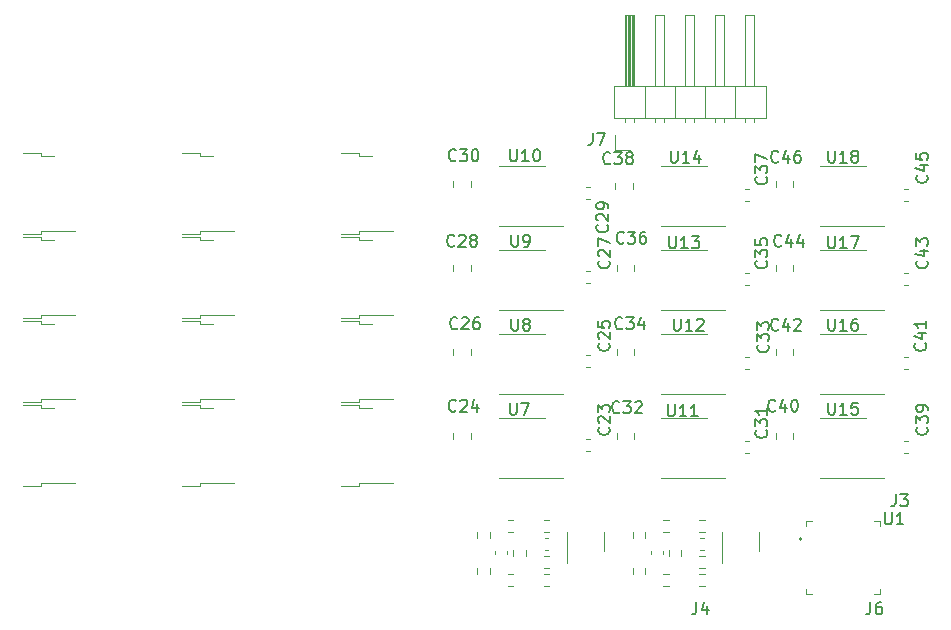
<source format=gbr>
%TF.GenerationSoftware,KiCad,Pcbnew,6.0.9-1.fc36*%
%TF.CreationDate,2022-11-17T16:54:59+00:00*%
%TF.ProjectId,esc,6573632e-6b69-4636-9164-5f7063625858,rev?*%
%TF.SameCoordinates,Original*%
%TF.FileFunction,Legend,Top*%
%TF.FilePolarity,Positive*%
%FSLAX46Y46*%
G04 Gerber Fmt 4.6, Leading zero omitted, Abs format (unit mm)*
G04 Created by KiCad (PCBNEW 6.0.9-1.fc36) date 2022-11-17 16:54:59*
%MOMM*%
%LPD*%
G01*
G04 APERTURE LIST*
%ADD10C,0.150000*%
%ADD11C,0.120000*%
%ADD12C,0.160000*%
G04 APERTURE END LIST*
D10*
%TO.C,U17*%
X128809904Y-96353380D02*
X128809904Y-97162904D01*
X128857523Y-97258142D01*
X128905142Y-97305761D01*
X129000380Y-97353380D01*
X129190857Y-97353380D01*
X129286095Y-97305761D01*
X129333714Y-97258142D01*
X129381333Y-97162904D01*
X129381333Y-96353380D01*
X130381333Y-97353380D02*
X129809904Y-97353380D01*
X130095619Y-97353380D02*
X130095619Y-96353380D01*
X130000380Y-96496238D01*
X129905142Y-96591476D01*
X129809904Y-96639095D01*
X130714666Y-96353380D02*
X131381333Y-96353380D01*
X130952761Y-97353380D01*
%TO.C,C35*%
X123547142Y-98432857D02*
X123594761Y-98480476D01*
X123642380Y-98623333D01*
X123642380Y-98718571D01*
X123594761Y-98861428D01*
X123499523Y-98956666D01*
X123404285Y-99004285D01*
X123213809Y-99051904D01*
X123070952Y-99051904D01*
X122880476Y-99004285D01*
X122785238Y-98956666D01*
X122690000Y-98861428D01*
X122642380Y-98718571D01*
X122642380Y-98623333D01*
X122690000Y-98480476D01*
X122737619Y-98432857D01*
X122642380Y-98099523D02*
X122642380Y-97480476D01*
X123023333Y-97813809D01*
X123023333Y-97670952D01*
X123070952Y-97575714D01*
X123118571Y-97528095D01*
X123213809Y-97480476D01*
X123451904Y-97480476D01*
X123547142Y-97528095D01*
X123594761Y-97575714D01*
X123642380Y-97670952D01*
X123642380Y-97956666D01*
X123594761Y-98051904D01*
X123547142Y-98099523D01*
X122642380Y-96575714D02*
X122642380Y-97051904D01*
X123118571Y-97099523D01*
X123070952Y-97051904D01*
X123023333Y-96956666D01*
X123023333Y-96718571D01*
X123070952Y-96623333D01*
X123118571Y-96575714D01*
X123213809Y-96528095D01*
X123451904Y-96528095D01*
X123547142Y-96575714D01*
X123594761Y-96623333D01*
X123642380Y-96718571D01*
X123642380Y-96956666D01*
X123594761Y-97051904D01*
X123547142Y-97099523D01*
%TO.C,U11*%
X115220904Y-110577380D02*
X115220904Y-111386904D01*
X115268523Y-111482142D01*
X115316142Y-111529761D01*
X115411380Y-111577380D01*
X115601857Y-111577380D01*
X115697095Y-111529761D01*
X115744714Y-111482142D01*
X115792333Y-111386904D01*
X115792333Y-110577380D01*
X116792333Y-111577380D02*
X116220904Y-111577380D01*
X116506619Y-111577380D02*
X116506619Y-110577380D01*
X116411380Y-110720238D01*
X116316142Y-110815476D01*
X116220904Y-110863095D01*
X117744714Y-111577380D02*
X117173285Y-111577380D01*
X117459000Y-111577380D02*
X117459000Y-110577380D01*
X117363761Y-110720238D01*
X117268523Y-110815476D01*
X117173285Y-110863095D01*
%TO.C,C40*%
X124325142Y-111101142D02*
X124277523Y-111148761D01*
X124134666Y-111196380D01*
X124039428Y-111196380D01*
X123896571Y-111148761D01*
X123801333Y-111053523D01*
X123753714Y-110958285D01*
X123706095Y-110767809D01*
X123706095Y-110624952D01*
X123753714Y-110434476D01*
X123801333Y-110339238D01*
X123896571Y-110244000D01*
X124039428Y-110196380D01*
X124134666Y-110196380D01*
X124277523Y-110244000D01*
X124325142Y-110291619D01*
X125182285Y-110529714D02*
X125182285Y-111196380D01*
X124944190Y-110148761D02*
X124706095Y-110863047D01*
X125325142Y-110863047D01*
X125896571Y-110196380D02*
X125991809Y-110196380D01*
X126087047Y-110244000D01*
X126134666Y-110291619D01*
X126182285Y-110386857D01*
X126229904Y-110577333D01*
X126229904Y-110815428D01*
X126182285Y-111005904D01*
X126134666Y-111101142D01*
X126087047Y-111148761D01*
X125991809Y-111196380D01*
X125896571Y-111196380D01*
X125801333Y-111148761D01*
X125753714Y-111101142D01*
X125706095Y-111005904D01*
X125658476Y-110815428D01*
X125658476Y-110577333D01*
X125706095Y-110386857D01*
X125753714Y-110291619D01*
X125801333Y-110244000D01*
X125896571Y-110196380D01*
%TO.C,C33*%
X123674142Y-105544857D02*
X123721761Y-105592476D01*
X123769380Y-105735333D01*
X123769380Y-105830571D01*
X123721761Y-105973428D01*
X123626523Y-106068666D01*
X123531285Y-106116285D01*
X123340809Y-106163904D01*
X123197952Y-106163904D01*
X123007476Y-106116285D01*
X122912238Y-106068666D01*
X122817000Y-105973428D01*
X122769380Y-105830571D01*
X122769380Y-105735333D01*
X122817000Y-105592476D01*
X122864619Y-105544857D01*
X122769380Y-105211523D02*
X122769380Y-104592476D01*
X123150333Y-104925809D01*
X123150333Y-104782952D01*
X123197952Y-104687714D01*
X123245571Y-104640095D01*
X123340809Y-104592476D01*
X123578904Y-104592476D01*
X123674142Y-104640095D01*
X123721761Y-104687714D01*
X123769380Y-104782952D01*
X123769380Y-105068666D01*
X123721761Y-105163904D01*
X123674142Y-105211523D01*
X122769380Y-104259142D02*
X122769380Y-103640095D01*
X123150333Y-103973428D01*
X123150333Y-103830571D01*
X123197952Y-103735333D01*
X123245571Y-103687714D01*
X123340809Y-103640095D01*
X123578904Y-103640095D01*
X123674142Y-103687714D01*
X123721761Y-103735333D01*
X123769380Y-103830571D01*
X123769380Y-104116285D01*
X123721761Y-104211523D01*
X123674142Y-104259142D01*
%TO.C,U9*%
X101981095Y-96226380D02*
X101981095Y-97035904D01*
X102028714Y-97131142D01*
X102076333Y-97178761D01*
X102171571Y-97226380D01*
X102362047Y-97226380D01*
X102457285Y-97178761D01*
X102504904Y-97131142D01*
X102552523Y-97035904D01*
X102552523Y-96226380D01*
X103076333Y-97226380D02*
X103266809Y-97226380D01*
X103362047Y-97178761D01*
X103409666Y-97131142D01*
X103504904Y-96988285D01*
X103552523Y-96797809D01*
X103552523Y-96416857D01*
X103504904Y-96321619D01*
X103457285Y-96274000D01*
X103362047Y-96226380D01*
X103171571Y-96226380D01*
X103076333Y-96274000D01*
X103028714Y-96321619D01*
X102981095Y-96416857D01*
X102981095Y-96654952D01*
X103028714Y-96750190D01*
X103076333Y-96797809D01*
X103171571Y-96845428D01*
X103362047Y-96845428D01*
X103457285Y-96797809D01*
X103504904Y-96750190D01*
X103552523Y-96654952D01*
%TO.C,J7*%
X108886666Y-87590380D02*
X108886666Y-88304666D01*
X108839047Y-88447523D01*
X108743809Y-88542761D01*
X108600952Y-88590380D01*
X108505714Y-88590380D01*
X109267619Y-87590380D02*
X109934285Y-87590380D01*
X109505714Y-88590380D01*
%TO.C,C42*%
X124579142Y-104243142D02*
X124531523Y-104290761D01*
X124388666Y-104338380D01*
X124293428Y-104338380D01*
X124150571Y-104290761D01*
X124055333Y-104195523D01*
X124007714Y-104100285D01*
X123960095Y-103909809D01*
X123960095Y-103766952D01*
X124007714Y-103576476D01*
X124055333Y-103481238D01*
X124150571Y-103386000D01*
X124293428Y-103338380D01*
X124388666Y-103338380D01*
X124531523Y-103386000D01*
X124579142Y-103433619D01*
X125436285Y-103671714D02*
X125436285Y-104338380D01*
X125198190Y-103290761D02*
X124960095Y-104005047D01*
X125579142Y-104005047D01*
X125912476Y-103433619D02*
X125960095Y-103386000D01*
X126055333Y-103338380D01*
X126293428Y-103338380D01*
X126388666Y-103386000D01*
X126436285Y-103433619D01*
X126483904Y-103528857D01*
X126483904Y-103624095D01*
X126436285Y-103766952D01*
X125864857Y-104338380D01*
X126483904Y-104338380D01*
%TO.C,J4*%
X117649666Y-127341380D02*
X117649666Y-128055666D01*
X117602047Y-128198523D01*
X117506809Y-128293761D01*
X117363952Y-128341380D01*
X117268714Y-128341380D01*
X118554428Y-127674714D02*
X118554428Y-128341380D01*
X118316333Y-127293761D02*
X118078238Y-128008047D01*
X118697285Y-128008047D01*
%TO.C,C28*%
X97147142Y-97131142D02*
X97099523Y-97178761D01*
X96956666Y-97226380D01*
X96861428Y-97226380D01*
X96718571Y-97178761D01*
X96623333Y-97083523D01*
X96575714Y-96988285D01*
X96528095Y-96797809D01*
X96528095Y-96654952D01*
X96575714Y-96464476D01*
X96623333Y-96369238D01*
X96718571Y-96274000D01*
X96861428Y-96226380D01*
X96956666Y-96226380D01*
X97099523Y-96274000D01*
X97147142Y-96321619D01*
X97528095Y-96321619D02*
X97575714Y-96274000D01*
X97670952Y-96226380D01*
X97909047Y-96226380D01*
X98004285Y-96274000D01*
X98051904Y-96321619D01*
X98099523Y-96416857D01*
X98099523Y-96512095D01*
X98051904Y-96654952D01*
X97480476Y-97226380D01*
X98099523Y-97226380D01*
X98670952Y-96654952D02*
X98575714Y-96607333D01*
X98528095Y-96559714D01*
X98480476Y-96464476D01*
X98480476Y-96416857D01*
X98528095Y-96321619D01*
X98575714Y-96274000D01*
X98670952Y-96226380D01*
X98861428Y-96226380D01*
X98956666Y-96274000D01*
X99004285Y-96321619D01*
X99051904Y-96416857D01*
X99051904Y-96464476D01*
X99004285Y-96559714D01*
X98956666Y-96607333D01*
X98861428Y-96654952D01*
X98670952Y-96654952D01*
X98575714Y-96702571D01*
X98528095Y-96750190D01*
X98480476Y-96845428D01*
X98480476Y-97035904D01*
X98528095Y-97131142D01*
X98575714Y-97178761D01*
X98670952Y-97226380D01*
X98861428Y-97226380D01*
X98956666Y-97178761D01*
X99004285Y-97131142D01*
X99051904Y-97035904D01*
X99051904Y-96845428D01*
X99004285Y-96750190D01*
X98956666Y-96702571D01*
X98861428Y-96654952D01*
%TO.C,U13*%
X115347904Y-96353380D02*
X115347904Y-97162904D01*
X115395523Y-97258142D01*
X115443142Y-97305761D01*
X115538380Y-97353380D01*
X115728857Y-97353380D01*
X115824095Y-97305761D01*
X115871714Y-97258142D01*
X115919333Y-97162904D01*
X115919333Y-96353380D01*
X116919333Y-97353380D02*
X116347904Y-97353380D01*
X116633619Y-97353380D02*
X116633619Y-96353380D01*
X116538380Y-96496238D01*
X116443142Y-96591476D01*
X116347904Y-96639095D01*
X117252666Y-96353380D02*
X117871714Y-96353380D01*
X117538380Y-96734333D01*
X117681238Y-96734333D01*
X117776476Y-96781952D01*
X117824095Y-96829571D01*
X117871714Y-96924809D01*
X117871714Y-97162904D01*
X117824095Y-97258142D01*
X117776476Y-97305761D01*
X117681238Y-97353380D01*
X117395523Y-97353380D01*
X117300285Y-97305761D01*
X117252666Y-97258142D01*
%TO.C,C41*%
X137009142Y-105417857D02*
X137056761Y-105465476D01*
X137104380Y-105608333D01*
X137104380Y-105703571D01*
X137056761Y-105846428D01*
X136961523Y-105941666D01*
X136866285Y-105989285D01*
X136675809Y-106036904D01*
X136532952Y-106036904D01*
X136342476Y-105989285D01*
X136247238Y-105941666D01*
X136152000Y-105846428D01*
X136104380Y-105703571D01*
X136104380Y-105608333D01*
X136152000Y-105465476D01*
X136199619Y-105417857D01*
X136437714Y-104560714D02*
X137104380Y-104560714D01*
X136056761Y-104798809D02*
X136771047Y-105036904D01*
X136771047Y-104417857D01*
X137104380Y-103513095D02*
X137104380Y-104084523D01*
X137104380Y-103798809D02*
X136104380Y-103798809D01*
X136247238Y-103894047D01*
X136342476Y-103989285D01*
X136390095Y-104084523D01*
%TO.C,C39*%
X137136142Y-112529857D02*
X137183761Y-112577476D01*
X137231380Y-112720333D01*
X137231380Y-112815571D01*
X137183761Y-112958428D01*
X137088523Y-113053666D01*
X136993285Y-113101285D01*
X136802809Y-113148904D01*
X136659952Y-113148904D01*
X136469476Y-113101285D01*
X136374238Y-113053666D01*
X136279000Y-112958428D01*
X136231380Y-112815571D01*
X136231380Y-112720333D01*
X136279000Y-112577476D01*
X136326619Y-112529857D01*
X136231380Y-112196523D02*
X136231380Y-111577476D01*
X136612333Y-111910809D01*
X136612333Y-111767952D01*
X136659952Y-111672714D01*
X136707571Y-111625095D01*
X136802809Y-111577476D01*
X137040904Y-111577476D01*
X137136142Y-111625095D01*
X137183761Y-111672714D01*
X137231380Y-111767952D01*
X137231380Y-112053666D01*
X137183761Y-112148904D01*
X137136142Y-112196523D01*
X137231380Y-111101285D02*
X137231380Y-110910809D01*
X137183761Y-110815571D01*
X137136142Y-110767952D01*
X136993285Y-110672714D01*
X136802809Y-110625095D01*
X136421857Y-110625095D01*
X136326619Y-110672714D01*
X136279000Y-110720333D01*
X136231380Y-110815571D01*
X136231380Y-111006047D01*
X136279000Y-111101285D01*
X136326619Y-111148904D01*
X136421857Y-111196523D01*
X136659952Y-111196523D01*
X136755190Y-111148904D01*
X136802809Y-111101285D01*
X136850428Y-111006047D01*
X136850428Y-110815571D01*
X136802809Y-110720333D01*
X136755190Y-110672714D01*
X136659952Y-110625095D01*
%TO.C,C29*%
X110085142Y-95384857D02*
X110132761Y-95432476D01*
X110180380Y-95575333D01*
X110180380Y-95670571D01*
X110132761Y-95813428D01*
X110037523Y-95908666D01*
X109942285Y-95956285D01*
X109751809Y-96003904D01*
X109608952Y-96003904D01*
X109418476Y-95956285D01*
X109323238Y-95908666D01*
X109228000Y-95813428D01*
X109180380Y-95670571D01*
X109180380Y-95575333D01*
X109228000Y-95432476D01*
X109275619Y-95384857D01*
X109275619Y-95003904D02*
X109228000Y-94956285D01*
X109180380Y-94861047D01*
X109180380Y-94622952D01*
X109228000Y-94527714D01*
X109275619Y-94480095D01*
X109370857Y-94432476D01*
X109466095Y-94432476D01*
X109608952Y-94480095D01*
X110180380Y-95051523D01*
X110180380Y-94432476D01*
X110180380Y-93956285D02*
X110180380Y-93765809D01*
X110132761Y-93670571D01*
X110085142Y-93622952D01*
X109942285Y-93527714D01*
X109751809Y-93480095D01*
X109370857Y-93480095D01*
X109275619Y-93527714D01*
X109228000Y-93575333D01*
X109180380Y-93670571D01*
X109180380Y-93861047D01*
X109228000Y-93956285D01*
X109275619Y-94003904D01*
X109370857Y-94051523D01*
X109608952Y-94051523D01*
X109704190Y-94003904D01*
X109751809Y-93956285D01*
X109799428Y-93861047D01*
X109799428Y-93670571D01*
X109751809Y-93575333D01*
X109704190Y-93527714D01*
X109608952Y-93480095D01*
%TO.C,U8*%
X101981095Y-103338380D02*
X101981095Y-104147904D01*
X102028714Y-104243142D01*
X102076333Y-104290761D01*
X102171571Y-104338380D01*
X102362047Y-104338380D01*
X102457285Y-104290761D01*
X102504904Y-104243142D01*
X102552523Y-104147904D01*
X102552523Y-103338380D01*
X103171571Y-103766952D02*
X103076333Y-103719333D01*
X103028714Y-103671714D01*
X102981095Y-103576476D01*
X102981095Y-103528857D01*
X103028714Y-103433619D01*
X103076333Y-103386000D01*
X103171571Y-103338380D01*
X103362047Y-103338380D01*
X103457285Y-103386000D01*
X103504904Y-103433619D01*
X103552523Y-103528857D01*
X103552523Y-103576476D01*
X103504904Y-103671714D01*
X103457285Y-103719333D01*
X103362047Y-103766952D01*
X103171571Y-103766952D01*
X103076333Y-103814571D01*
X103028714Y-103862190D01*
X102981095Y-103957428D01*
X102981095Y-104147904D01*
X103028714Y-104243142D01*
X103076333Y-104290761D01*
X103171571Y-104338380D01*
X103362047Y-104338380D01*
X103457285Y-104290761D01*
X103504904Y-104243142D01*
X103552523Y-104147904D01*
X103552523Y-103957428D01*
X103504904Y-103862190D01*
X103457285Y-103814571D01*
X103362047Y-103766952D01*
%TO.C,C37*%
X123547142Y-91320857D02*
X123594761Y-91368476D01*
X123642380Y-91511333D01*
X123642380Y-91606571D01*
X123594761Y-91749428D01*
X123499523Y-91844666D01*
X123404285Y-91892285D01*
X123213809Y-91939904D01*
X123070952Y-91939904D01*
X122880476Y-91892285D01*
X122785238Y-91844666D01*
X122690000Y-91749428D01*
X122642380Y-91606571D01*
X122642380Y-91511333D01*
X122690000Y-91368476D01*
X122737619Y-91320857D01*
X122642380Y-90987523D02*
X122642380Y-90368476D01*
X123023333Y-90701809D01*
X123023333Y-90558952D01*
X123070952Y-90463714D01*
X123118571Y-90416095D01*
X123213809Y-90368476D01*
X123451904Y-90368476D01*
X123547142Y-90416095D01*
X123594761Y-90463714D01*
X123642380Y-90558952D01*
X123642380Y-90844666D01*
X123594761Y-90939904D01*
X123547142Y-90987523D01*
X122642380Y-90035142D02*
X122642380Y-89368476D01*
X123642380Y-89797047D01*
%TO.C,C36*%
X111498142Y-96877142D02*
X111450523Y-96924761D01*
X111307666Y-96972380D01*
X111212428Y-96972380D01*
X111069571Y-96924761D01*
X110974333Y-96829523D01*
X110926714Y-96734285D01*
X110879095Y-96543809D01*
X110879095Y-96400952D01*
X110926714Y-96210476D01*
X110974333Y-96115238D01*
X111069571Y-96020000D01*
X111212428Y-95972380D01*
X111307666Y-95972380D01*
X111450523Y-96020000D01*
X111498142Y-96067619D01*
X111831476Y-95972380D02*
X112450523Y-95972380D01*
X112117190Y-96353333D01*
X112260047Y-96353333D01*
X112355285Y-96400952D01*
X112402904Y-96448571D01*
X112450523Y-96543809D01*
X112450523Y-96781904D01*
X112402904Y-96877142D01*
X112355285Y-96924761D01*
X112260047Y-96972380D01*
X111974333Y-96972380D01*
X111879095Y-96924761D01*
X111831476Y-96877142D01*
X113307666Y-95972380D02*
X113117190Y-95972380D01*
X113021952Y-96020000D01*
X112974333Y-96067619D01*
X112879095Y-96210476D01*
X112831476Y-96400952D01*
X112831476Y-96781904D01*
X112879095Y-96877142D01*
X112926714Y-96924761D01*
X113021952Y-96972380D01*
X113212428Y-96972380D01*
X113307666Y-96924761D01*
X113355285Y-96877142D01*
X113402904Y-96781904D01*
X113402904Y-96543809D01*
X113355285Y-96448571D01*
X113307666Y-96400952D01*
X113212428Y-96353333D01*
X113021952Y-96353333D01*
X112926714Y-96400952D01*
X112879095Y-96448571D01*
X112831476Y-96543809D01*
%TO.C,U14*%
X115474904Y-89114380D02*
X115474904Y-89923904D01*
X115522523Y-90019142D01*
X115570142Y-90066761D01*
X115665380Y-90114380D01*
X115855857Y-90114380D01*
X115951095Y-90066761D01*
X115998714Y-90019142D01*
X116046333Y-89923904D01*
X116046333Y-89114380D01*
X117046333Y-90114380D02*
X116474904Y-90114380D01*
X116760619Y-90114380D02*
X116760619Y-89114380D01*
X116665380Y-89257238D01*
X116570142Y-89352476D01*
X116474904Y-89400095D01*
X117903476Y-89447714D02*
X117903476Y-90114380D01*
X117665380Y-89066761D02*
X117427285Y-89781047D01*
X118046333Y-89781047D01*
%TO.C,U15*%
X128809904Y-110450380D02*
X128809904Y-111259904D01*
X128857523Y-111355142D01*
X128905142Y-111402761D01*
X129000380Y-111450380D01*
X129190857Y-111450380D01*
X129286095Y-111402761D01*
X129333714Y-111355142D01*
X129381333Y-111259904D01*
X129381333Y-110450380D01*
X130381333Y-111450380D02*
X129809904Y-111450380D01*
X130095619Y-111450380D02*
X130095619Y-110450380D01*
X130000380Y-110593238D01*
X129905142Y-110688476D01*
X129809904Y-110736095D01*
X131286095Y-110450380D02*
X130809904Y-110450380D01*
X130762285Y-110926571D01*
X130809904Y-110878952D01*
X130905142Y-110831333D01*
X131143238Y-110831333D01*
X131238476Y-110878952D01*
X131286095Y-110926571D01*
X131333714Y-111021809D01*
X131333714Y-111259904D01*
X131286095Y-111355142D01*
X131238476Y-111402761D01*
X131143238Y-111450380D01*
X130905142Y-111450380D01*
X130809904Y-111402761D01*
X130762285Y-111355142D01*
%TO.C,C26*%
X97401142Y-104116142D02*
X97353523Y-104163761D01*
X97210666Y-104211380D01*
X97115428Y-104211380D01*
X96972571Y-104163761D01*
X96877333Y-104068523D01*
X96829714Y-103973285D01*
X96782095Y-103782809D01*
X96782095Y-103639952D01*
X96829714Y-103449476D01*
X96877333Y-103354238D01*
X96972571Y-103259000D01*
X97115428Y-103211380D01*
X97210666Y-103211380D01*
X97353523Y-103259000D01*
X97401142Y-103306619D01*
X97782095Y-103306619D02*
X97829714Y-103259000D01*
X97924952Y-103211380D01*
X98163047Y-103211380D01*
X98258285Y-103259000D01*
X98305904Y-103306619D01*
X98353523Y-103401857D01*
X98353523Y-103497095D01*
X98305904Y-103639952D01*
X97734476Y-104211380D01*
X98353523Y-104211380D01*
X99210666Y-103211380D02*
X99020190Y-103211380D01*
X98924952Y-103259000D01*
X98877333Y-103306619D01*
X98782095Y-103449476D01*
X98734476Y-103639952D01*
X98734476Y-104020904D01*
X98782095Y-104116142D01*
X98829714Y-104163761D01*
X98924952Y-104211380D01*
X99115428Y-104211380D01*
X99210666Y-104163761D01*
X99258285Y-104116142D01*
X99305904Y-104020904D01*
X99305904Y-103782809D01*
X99258285Y-103687571D01*
X99210666Y-103639952D01*
X99115428Y-103592333D01*
X98924952Y-103592333D01*
X98829714Y-103639952D01*
X98782095Y-103687571D01*
X98734476Y-103782809D01*
%TO.C,C31*%
X123547142Y-112783857D02*
X123594761Y-112831476D01*
X123642380Y-112974333D01*
X123642380Y-113069571D01*
X123594761Y-113212428D01*
X123499523Y-113307666D01*
X123404285Y-113355285D01*
X123213809Y-113402904D01*
X123070952Y-113402904D01*
X122880476Y-113355285D01*
X122785238Y-113307666D01*
X122690000Y-113212428D01*
X122642380Y-113069571D01*
X122642380Y-112974333D01*
X122690000Y-112831476D01*
X122737619Y-112783857D01*
X122642380Y-112450523D02*
X122642380Y-111831476D01*
X123023333Y-112164809D01*
X123023333Y-112021952D01*
X123070952Y-111926714D01*
X123118571Y-111879095D01*
X123213809Y-111831476D01*
X123451904Y-111831476D01*
X123547142Y-111879095D01*
X123594761Y-111926714D01*
X123642380Y-112021952D01*
X123642380Y-112307666D01*
X123594761Y-112402904D01*
X123547142Y-112450523D01*
X123642380Y-110879095D02*
X123642380Y-111450523D01*
X123642380Y-111164809D02*
X122642380Y-111164809D01*
X122785238Y-111260047D01*
X122880476Y-111355285D01*
X122928095Y-111450523D01*
%TO.C,U7*%
X101854095Y-110450380D02*
X101854095Y-111259904D01*
X101901714Y-111355142D01*
X101949333Y-111402761D01*
X102044571Y-111450380D01*
X102235047Y-111450380D01*
X102330285Y-111402761D01*
X102377904Y-111355142D01*
X102425523Y-111259904D01*
X102425523Y-110450380D01*
X102806476Y-110450380D02*
X103473142Y-110450380D01*
X103044571Y-111450380D01*
%TO.C,J3*%
X134540666Y-118197380D02*
X134540666Y-118911666D01*
X134493047Y-119054523D01*
X134397809Y-119149761D01*
X134254952Y-119197380D01*
X134159714Y-119197380D01*
X134921619Y-118197380D02*
X135540666Y-118197380D01*
X135207333Y-118578333D01*
X135350190Y-118578333D01*
X135445428Y-118625952D01*
X135493047Y-118673571D01*
X135540666Y-118768809D01*
X135540666Y-119006904D01*
X135493047Y-119102142D01*
X135445428Y-119149761D01*
X135350190Y-119197380D01*
X135064476Y-119197380D01*
X134969238Y-119149761D01*
X134921619Y-119102142D01*
%TO.C,C23*%
X110212142Y-112529857D02*
X110259761Y-112577476D01*
X110307380Y-112720333D01*
X110307380Y-112815571D01*
X110259761Y-112958428D01*
X110164523Y-113053666D01*
X110069285Y-113101285D01*
X109878809Y-113148904D01*
X109735952Y-113148904D01*
X109545476Y-113101285D01*
X109450238Y-113053666D01*
X109355000Y-112958428D01*
X109307380Y-112815571D01*
X109307380Y-112720333D01*
X109355000Y-112577476D01*
X109402619Y-112529857D01*
X109402619Y-112148904D02*
X109355000Y-112101285D01*
X109307380Y-112006047D01*
X109307380Y-111767952D01*
X109355000Y-111672714D01*
X109402619Y-111625095D01*
X109497857Y-111577476D01*
X109593095Y-111577476D01*
X109735952Y-111625095D01*
X110307380Y-112196523D01*
X110307380Y-111577476D01*
X109307380Y-111244142D02*
X109307380Y-110625095D01*
X109688333Y-110958428D01*
X109688333Y-110815571D01*
X109735952Y-110720333D01*
X109783571Y-110672714D01*
X109878809Y-110625095D01*
X110116904Y-110625095D01*
X110212142Y-110672714D01*
X110259761Y-110720333D01*
X110307380Y-110815571D01*
X110307380Y-111101285D01*
X110259761Y-111196523D01*
X110212142Y-111244142D01*
%TO.C,C34*%
X111371142Y-104116142D02*
X111323523Y-104163761D01*
X111180666Y-104211380D01*
X111085428Y-104211380D01*
X110942571Y-104163761D01*
X110847333Y-104068523D01*
X110799714Y-103973285D01*
X110752095Y-103782809D01*
X110752095Y-103639952D01*
X110799714Y-103449476D01*
X110847333Y-103354238D01*
X110942571Y-103259000D01*
X111085428Y-103211380D01*
X111180666Y-103211380D01*
X111323523Y-103259000D01*
X111371142Y-103306619D01*
X111704476Y-103211380D02*
X112323523Y-103211380D01*
X111990190Y-103592333D01*
X112133047Y-103592333D01*
X112228285Y-103639952D01*
X112275904Y-103687571D01*
X112323523Y-103782809D01*
X112323523Y-104020904D01*
X112275904Y-104116142D01*
X112228285Y-104163761D01*
X112133047Y-104211380D01*
X111847333Y-104211380D01*
X111752095Y-104163761D01*
X111704476Y-104116142D01*
X113180666Y-103544714D02*
X113180666Y-104211380D01*
X112942571Y-103163761D02*
X112704476Y-103878047D01*
X113323523Y-103878047D01*
%TO.C,C27*%
X110212142Y-98432857D02*
X110259761Y-98480476D01*
X110307380Y-98623333D01*
X110307380Y-98718571D01*
X110259761Y-98861428D01*
X110164523Y-98956666D01*
X110069285Y-99004285D01*
X109878809Y-99051904D01*
X109735952Y-99051904D01*
X109545476Y-99004285D01*
X109450238Y-98956666D01*
X109355000Y-98861428D01*
X109307380Y-98718571D01*
X109307380Y-98623333D01*
X109355000Y-98480476D01*
X109402619Y-98432857D01*
X109402619Y-98051904D02*
X109355000Y-98004285D01*
X109307380Y-97909047D01*
X109307380Y-97670952D01*
X109355000Y-97575714D01*
X109402619Y-97528095D01*
X109497857Y-97480476D01*
X109593095Y-97480476D01*
X109735952Y-97528095D01*
X110307380Y-98099523D01*
X110307380Y-97480476D01*
X109307380Y-97147142D02*
X109307380Y-96480476D01*
X110307380Y-96909047D01*
%TO.C,U18*%
X128809904Y-89114380D02*
X128809904Y-89923904D01*
X128857523Y-90019142D01*
X128905142Y-90066761D01*
X129000380Y-90114380D01*
X129190857Y-90114380D01*
X129286095Y-90066761D01*
X129333714Y-90019142D01*
X129381333Y-89923904D01*
X129381333Y-89114380D01*
X130381333Y-90114380D02*
X129809904Y-90114380D01*
X130095619Y-90114380D02*
X130095619Y-89114380D01*
X130000380Y-89257238D01*
X129905142Y-89352476D01*
X129809904Y-89400095D01*
X130952761Y-89542952D02*
X130857523Y-89495333D01*
X130809904Y-89447714D01*
X130762285Y-89352476D01*
X130762285Y-89304857D01*
X130809904Y-89209619D01*
X130857523Y-89162000D01*
X130952761Y-89114380D01*
X131143238Y-89114380D01*
X131238476Y-89162000D01*
X131286095Y-89209619D01*
X131333714Y-89304857D01*
X131333714Y-89352476D01*
X131286095Y-89447714D01*
X131238476Y-89495333D01*
X131143238Y-89542952D01*
X130952761Y-89542952D01*
X130857523Y-89590571D01*
X130809904Y-89638190D01*
X130762285Y-89733428D01*
X130762285Y-89923904D01*
X130809904Y-90019142D01*
X130857523Y-90066761D01*
X130952761Y-90114380D01*
X131143238Y-90114380D01*
X131238476Y-90066761D01*
X131286095Y-90019142D01*
X131333714Y-89923904D01*
X131333714Y-89733428D01*
X131286095Y-89638190D01*
X131238476Y-89590571D01*
X131143238Y-89542952D01*
%TO.C,C45*%
X137136142Y-91193857D02*
X137183761Y-91241476D01*
X137231380Y-91384333D01*
X137231380Y-91479571D01*
X137183761Y-91622428D01*
X137088523Y-91717666D01*
X136993285Y-91765285D01*
X136802809Y-91812904D01*
X136659952Y-91812904D01*
X136469476Y-91765285D01*
X136374238Y-91717666D01*
X136279000Y-91622428D01*
X136231380Y-91479571D01*
X136231380Y-91384333D01*
X136279000Y-91241476D01*
X136326619Y-91193857D01*
X136564714Y-90336714D02*
X137231380Y-90336714D01*
X136183761Y-90574809D02*
X136898047Y-90812904D01*
X136898047Y-90193857D01*
X136231380Y-89336714D02*
X136231380Y-89812904D01*
X136707571Y-89860523D01*
X136659952Y-89812904D01*
X136612333Y-89717666D01*
X136612333Y-89479571D01*
X136659952Y-89384333D01*
X136707571Y-89336714D01*
X136802809Y-89289095D01*
X137040904Y-89289095D01*
X137136142Y-89336714D01*
X137183761Y-89384333D01*
X137231380Y-89479571D01*
X137231380Y-89717666D01*
X137183761Y-89812904D01*
X137136142Y-89860523D01*
%TO.C,U1*%
X133604095Y-119721380D02*
X133604095Y-120530904D01*
X133651714Y-120626142D01*
X133699333Y-120673761D01*
X133794571Y-120721380D01*
X133985047Y-120721380D01*
X134080285Y-120673761D01*
X134127904Y-120626142D01*
X134175523Y-120530904D01*
X134175523Y-119721380D01*
X135175523Y-120721380D02*
X134604095Y-120721380D01*
X134889809Y-120721380D02*
X134889809Y-119721380D01*
X134794571Y-119864238D01*
X134699333Y-119959476D01*
X134604095Y-120007095D01*
%TO.C,C30*%
X97274142Y-89892142D02*
X97226523Y-89939761D01*
X97083666Y-89987380D01*
X96988428Y-89987380D01*
X96845571Y-89939761D01*
X96750333Y-89844523D01*
X96702714Y-89749285D01*
X96655095Y-89558809D01*
X96655095Y-89415952D01*
X96702714Y-89225476D01*
X96750333Y-89130238D01*
X96845571Y-89035000D01*
X96988428Y-88987380D01*
X97083666Y-88987380D01*
X97226523Y-89035000D01*
X97274142Y-89082619D01*
X97607476Y-88987380D02*
X98226523Y-88987380D01*
X97893190Y-89368333D01*
X98036047Y-89368333D01*
X98131285Y-89415952D01*
X98178904Y-89463571D01*
X98226523Y-89558809D01*
X98226523Y-89796904D01*
X98178904Y-89892142D01*
X98131285Y-89939761D01*
X98036047Y-89987380D01*
X97750333Y-89987380D01*
X97655095Y-89939761D01*
X97607476Y-89892142D01*
X98845571Y-88987380D02*
X98940809Y-88987380D01*
X99036047Y-89035000D01*
X99083666Y-89082619D01*
X99131285Y-89177857D01*
X99178904Y-89368333D01*
X99178904Y-89606428D01*
X99131285Y-89796904D01*
X99083666Y-89892142D01*
X99036047Y-89939761D01*
X98940809Y-89987380D01*
X98845571Y-89987380D01*
X98750333Y-89939761D01*
X98702714Y-89892142D01*
X98655095Y-89796904D01*
X98607476Y-89606428D01*
X98607476Y-89368333D01*
X98655095Y-89177857D01*
X98702714Y-89082619D01*
X98750333Y-89035000D01*
X98845571Y-88987380D01*
%TO.C,U12*%
X115728904Y-103338380D02*
X115728904Y-104147904D01*
X115776523Y-104243142D01*
X115824142Y-104290761D01*
X115919380Y-104338380D01*
X116109857Y-104338380D01*
X116205095Y-104290761D01*
X116252714Y-104243142D01*
X116300333Y-104147904D01*
X116300333Y-103338380D01*
X117300333Y-104338380D02*
X116728904Y-104338380D01*
X117014619Y-104338380D02*
X117014619Y-103338380D01*
X116919380Y-103481238D01*
X116824142Y-103576476D01*
X116728904Y-103624095D01*
X117681285Y-103433619D02*
X117728904Y-103386000D01*
X117824142Y-103338380D01*
X118062238Y-103338380D01*
X118157476Y-103386000D01*
X118205095Y-103433619D01*
X118252714Y-103528857D01*
X118252714Y-103624095D01*
X118205095Y-103766952D01*
X117633666Y-104338380D01*
X118252714Y-104338380D01*
%TO.C,C25*%
X110212142Y-105417857D02*
X110259761Y-105465476D01*
X110307380Y-105608333D01*
X110307380Y-105703571D01*
X110259761Y-105846428D01*
X110164523Y-105941666D01*
X110069285Y-105989285D01*
X109878809Y-106036904D01*
X109735952Y-106036904D01*
X109545476Y-105989285D01*
X109450238Y-105941666D01*
X109355000Y-105846428D01*
X109307380Y-105703571D01*
X109307380Y-105608333D01*
X109355000Y-105465476D01*
X109402619Y-105417857D01*
X109402619Y-105036904D02*
X109355000Y-104989285D01*
X109307380Y-104894047D01*
X109307380Y-104655952D01*
X109355000Y-104560714D01*
X109402619Y-104513095D01*
X109497857Y-104465476D01*
X109593095Y-104465476D01*
X109735952Y-104513095D01*
X110307380Y-105084523D01*
X110307380Y-104465476D01*
X109307380Y-103560714D02*
X109307380Y-104036904D01*
X109783571Y-104084523D01*
X109735952Y-104036904D01*
X109688333Y-103941666D01*
X109688333Y-103703571D01*
X109735952Y-103608333D01*
X109783571Y-103560714D01*
X109878809Y-103513095D01*
X110116904Y-103513095D01*
X110212142Y-103560714D01*
X110259761Y-103608333D01*
X110307380Y-103703571D01*
X110307380Y-103941666D01*
X110259761Y-104036904D01*
X110212142Y-104084523D01*
%TO.C,U16*%
X128809904Y-103338380D02*
X128809904Y-104147904D01*
X128857523Y-104243142D01*
X128905142Y-104290761D01*
X129000380Y-104338380D01*
X129190857Y-104338380D01*
X129286095Y-104290761D01*
X129333714Y-104243142D01*
X129381333Y-104147904D01*
X129381333Y-103338380D01*
X130381333Y-104338380D02*
X129809904Y-104338380D01*
X130095619Y-104338380D02*
X130095619Y-103338380D01*
X130000380Y-103481238D01*
X129905142Y-103576476D01*
X129809904Y-103624095D01*
X131238476Y-103338380D02*
X131048000Y-103338380D01*
X130952761Y-103386000D01*
X130905142Y-103433619D01*
X130809904Y-103576476D01*
X130762285Y-103766952D01*
X130762285Y-104147904D01*
X130809904Y-104243142D01*
X130857523Y-104290761D01*
X130952761Y-104338380D01*
X131143238Y-104338380D01*
X131238476Y-104290761D01*
X131286095Y-104243142D01*
X131333714Y-104147904D01*
X131333714Y-103909809D01*
X131286095Y-103814571D01*
X131238476Y-103766952D01*
X131143238Y-103719333D01*
X130952761Y-103719333D01*
X130857523Y-103766952D01*
X130809904Y-103814571D01*
X130762285Y-103909809D01*
%TO.C,C38*%
X110355142Y-90146142D02*
X110307523Y-90193761D01*
X110164666Y-90241380D01*
X110069428Y-90241380D01*
X109926571Y-90193761D01*
X109831333Y-90098523D01*
X109783714Y-90003285D01*
X109736095Y-89812809D01*
X109736095Y-89669952D01*
X109783714Y-89479476D01*
X109831333Y-89384238D01*
X109926571Y-89289000D01*
X110069428Y-89241380D01*
X110164666Y-89241380D01*
X110307523Y-89289000D01*
X110355142Y-89336619D01*
X110688476Y-89241380D02*
X111307523Y-89241380D01*
X110974190Y-89622333D01*
X111117047Y-89622333D01*
X111212285Y-89669952D01*
X111259904Y-89717571D01*
X111307523Y-89812809D01*
X111307523Y-90050904D01*
X111259904Y-90146142D01*
X111212285Y-90193761D01*
X111117047Y-90241380D01*
X110831333Y-90241380D01*
X110736095Y-90193761D01*
X110688476Y-90146142D01*
X111878952Y-89669952D02*
X111783714Y-89622333D01*
X111736095Y-89574714D01*
X111688476Y-89479476D01*
X111688476Y-89431857D01*
X111736095Y-89336619D01*
X111783714Y-89289000D01*
X111878952Y-89241380D01*
X112069428Y-89241380D01*
X112164666Y-89289000D01*
X112212285Y-89336619D01*
X112259904Y-89431857D01*
X112259904Y-89479476D01*
X112212285Y-89574714D01*
X112164666Y-89622333D01*
X112069428Y-89669952D01*
X111878952Y-89669952D01*
X111783714Y-89717571D01*
X111736095Y-89765190D01*
X111688476Y-89860428D01*
X111688476Y-90050904D01*
X111736095Y-90146142D01*
X111783714Y-90193761D01*
X111878952Y-90241380D01*
X112069428Y-90241380D01*
X112164666Y-90193761D01*
X112212285Y-90146142D01*
X112259904Y-90050904D01*
X112259904Y-89860428D01*
X112212285Y-89765190D01*
X112164666Y-89717571D01*
X112069428Y-89669952D01*
%TO.C,C43*%
X137136142Y-98432857D02*
X137183761Y-98480476D01*
X137231380Y-98623333D01*
X137231380Y-98718571D01*
X137183761Y-98861428D01*
X137088523Y-98956666D01*
X136993285Y-99004285D01*
X136802809Y-99051904D01*
X136659952Y-99051904D01*
X136469476Y-99004285D01*
X136374238Y-98956666D01*
X136279000Y-98861428D01*
X136231380Y-98718571D01*
X136231380Y-98623333D01*
X136279000Y-98480476D01*
X136326619Y-98432857D01*
X136564714Y-97575714D02*
X137231380Y-97575714D01*
X136183761Y-97813809D02*
X136898047Y-98051904D01*
X136898047Y-97432857D01*
X136231380Y-97147142D02*
X136231380Y-96528095D01*
X136612333Y-96861428D01*
X136612333Y-96718571D01*
X136659952Y-96623333D01*
X136707571Y-96575714D01*
X136802809Y-96528095D01*
X137040904Y-96528095D01*
X137136142Y-96575714D01*
X137183761Y-96623333D01*
X137231380Y-96718571D01*
X137231380Y-97004285D01*
X137183761Y-97099523D01*
X137136142Y-97147142D01*
%TO.C,U10*%
X101885904Y-88987380D02*
X101885904Y-89796904D01*
X101933523Y-89892142D01*
X101981142Y-89939761D01*
X102076380Y-89987380D01*
X102266857Y-89987380D01*
X102362095Y-89939761D01*
X102409714Y-89892142D01*
X102457333Y-89796904D01*
X102457333Y-88987380D01*
X103457333Y-89987380D02*
X102885904Y-89987380D01*
X103171619Y-89987380D02*
X103171619Y-88987380D01*
X103076380Y-89130238D01*
X102981142Y-89225476D01*
X102885904Y-89273095D01*
X104076380Y-88987380D02*
X104171619Y-88987380D01*
X104266857Y-89035000D01*
X104314476Y-89082619D01*
X104362095Y-89177857D01*
X104409714Y-89368333D01*
X104409714Y-89606428D01*
X104362095Y-89796904D01*
X104314476Y-89892142D01*
X104266857Y-89939761D01*
X104171619Y-89987380D01*
X104076380Y-89987380D01*
X103981142Y-89939761D01*
X103933523Y-89892142D01*
X103885904Y-89796904D01*
X103838285Y-89606428D01*
X103838285Y-89368333D01*
X103885904Y-89177857D01*
X103933523Y-89082619D01*
X103981142Y-89035000D01*
X104076380Y-88987380D01*
%TO.C,C32*%
X111117142Y-111228142D02*
X111069523Y-111275761D01*
X110926666Y-111323380D01*
X110831428Y-111323380D01*
X110688571Y-111275761D01*
X110593333Y-111180523D01*
X110545714Y-111085285D01*
X110498095Y-110894809D01*
X110498095Y-110751952D01*
X110545714Y-110561476D01*
X110593333Y-110466238D01*
X110688571Y-110371000D01*
X110831428Y-110323380D01*
X110926666Y-110323380D01*
X111069523Y-110371000D01*
X111117142Y-110418619D01*
X111450476Y-110323380D02*
X112069523Y-110323380D01*
X111736190Y-110704333D01*
X111879047Y-110704333D01*
X111974285Y-110751952D01*
X112021904Y-110799571D01*
X112069523Y-110894809D01*
X112069523Y-111132904D01*
X112021904Y-111228142D01*
X111974285Y-111275761D01*
X111879047Y-111323380D01*
X111593333Y-111323380D01*
X111498095Y-111275761D01*
X111450476Y-111228142D01*
X112450476Y-110418619D02*
X112498095Y-110371000D01*
X112593333Y-110323380D01*
X112831428Y-110323380D01*
X112926666Y-110371000D01*
X112974285Y-110418619D01*
X113021904Y-110513857D01*
X113021904Y-110609095D01*
X112974285Y-110751952D01*
X112402857Y-111323380D01*
X113021904Y-111323380D01*
%TO.C,J6*%
X132381666Y-127341380D02*
X132381666Y-128055666D01*
X132334047Y-128198523D01*
X132238809Y-128293761D01*
X132095952Y-128341380D01*
X132000714Y-128341380D01*
X133286428Y-127341380D02*
X133095952Y-127341380D01*
X133000714Y-127389000D01*
X132953095Y-127436619D01*
X132857857Y-127579476D01*
X132810238Y-127769952D01*
X132810238Y-128150904D01*
X132857857Y-128246142D01*
X132905476Y-128293761D01*
X133000714Y-128341380D01*
X133191190Y-128341380D01*
X133286428Y-128293761D01*
X133334047Y-128246142D01*
X133381666Y-128150904D01*
X133381666Y-127912809D01*
X133334047Y-127817571D01*
X133286428Y-127769952D01*
X133191190Y-127722333D01*
X133000714Y-127722333D01*
X132905476Y-127769952D01*
X132857857Y-127817571D01*
X132810238Y-127912809D01*
%TO.C,C46*%
X124579142Y-90019142D02*
X124531523Y-90066761D01*
X124388666Y-90114380D01*
X124293428Y-90114380D01*
X124150571Y-90066761D01*
X124055333Y-89971523D01*
X124007714Y-89876285D01*
X123960095Y-89685809D01*
X123960095Y-89542952D01*
X124007714Y-89352476D01*
X124055333Y-89257238D01*
X124150571Y-89162000D01*
X124293428Y-89114380D01*
X124388666Y-89114380D01*
X124531523Y-89162000D01*
X124579142Y-89209619D01*
X125436285Y-89447714D02*
X125436285Y-90114380D01*
X125198190Y-89066761D02*
X124960095Y-89781047D01*
X125579142Y-89781047D01*
X126388666Y-89114380D02*
X126198190Y-89114380D01*
X126102952Y-89162000D01*
X126055333Y-89209619D01*
X125960095Y-89352476D01*
X125912476Y-89542952D01*
X125912476Y-89923904D01*
X125960095Y-90019142D01*
X126007714Y-90066761D01*
X126102952Y-90114380D01*
X126293428Y-90114380D01*
X126388666Y-90066761D01*
X126436285Y-90019142D01*
X126483904Y-89923904D01*
X126483904Y-89685809D01*
X126436285Y-89590571D01*
X126388666Y-89542952D01*
X126293428Y-89495333D01*
X126102952Y-89495333D01*
X126007714Y-89542952D01*
X125960095Y-89590571D01*
X125912476Y-89685809D01*
%TO.C,C44*%
X124833142Y-97131142D02*
X124785523Y-97178761D01*
X124642666Y-97226380D01*
X124547428Y-97226380D01*
X124404571Y-97178761D01*
X124309333Y-97083523D01*
X124261714Y-96988285D01*
X124214095Y-96797809D01*
X124214095Y-96654952D01*
X124261714Y-96464476D01*
X124309333Y-96369238D01*
X124404571Y-96274000D01*
X124547428Y-96226380D01*
X124642666Y-96226380D01*
X124785523Y-96274000D01*
X124833142Y-96321619D01*
X125690285Y-96559714D02*
X125690285Y-97226380D01*
X125452190Y-96178761D02*
X125214095Y-96893047D01*
X125833142Y-96893047D01*
X126642666Y-96559714D02*
X126642666Y-97226380D01*
X126404571Y-96178761D02*
X126166476Y-96893047D01*
X126785523Y-96893047D01*
%TO.C,C24*%
X97274142Y-111101142D02*
X97226523Y-111148761D01*
X97083666Y-111196380D01*
X96988428Y-111196380D01*
X96845571Y-111148761D01*
X96750333Y-111053523D01*
X96702714Y-110958285D01*
X96655095Y-110767809D01*
X96655095Y-110624952D01*
X96702714Y-110434476D01*
X96750333Y-110339238D01*
X96845571Y-110244000D01*
X96988428Y-110196380D01*
X97083666Y-110196380D01*
X97226523Y-110244000D01*
X97274142Y-110291619D01*
X97655095Y-110291619D02*
X97702714Y-110244000D01*
X97797952Y-110196380D01*
X98036047Y-110196380D01*
X98131285Y-110244000D01*
X98178904Y-110291619D01*
X98226523Y-110386857D01*
X98226523Y-110482095D01*
X98178904Y-110624952D01*
X97607476Y-111196380D01*
X98226523Y-111196380D01*
X99083666Y-110529714D02*
X99083666Y-111196380D01*
X98845571Y-110148761D02*
X98607476Y-110863047D01*
X99226523Y-110863047D01*
D11*
%TO.C,U17*%
X130048000Y-102636000D02*
X128098000Y-102636000D01*
X130048000Y-97516000D02*
X131998000Y-97516000D01*
X130048000Y-97516000D02*
X128098000Y-97516000D01*
X130048000Y-102636000D02*
X133498000Y-102636000D01*
%TO.C,R32*%
X118358704Y-121386946D02*
X117884188Y-121386946D01*
X118358704Y-120341946D02*
X117884188Y-120341946D01*
%TO.C,C35*%
X122060580Y-100459000D02*
X121779420Y-100459000D01*
X122060580Y-99439000D02*
X121779420Y-99439000D01*
%TO.C,Q17*%
X89084000Y-117496000D02*
X89084000Y-117226000D01*
X87584000Y-117496000D02*
X89084000Y-117496000D01*
X89084000Y-117226000D02*
X91914000Y-117226000D01*
X87584000Y-110596000D02*
X89084000Y-110596000D01*
X89084000Y-110866000D02*
X90184000Y-110866000D01*
X89084000Y-110596000D02*
X89084000Y-110866000D01*
%TO.C,U11*%
X116586000Y-111740000D02*
X114636000Y-111740000D01*
X116586000Y-111740000D02*
X118536000Y-111740000D01*
X116586000Y-116860000D02*
X120036000Y-116860000D01*
X116586000Y-116860000D02*
X114636000Y-116860000D01*
%TO.C,C40*%
X125830000Y-113545252D02*
X125830000Y-113022748D01*
X124360000Y-113545252D02*
X124360000Y-113022748D01*
%TO.C,C33*%
X122060580Y-106551000D02*
X121779420Y-106551000D01*
X122060580Y-107571000D02*
X121779420Y-107571000D01*
%TO.C,Q9*%
X74122000Y-96373000D02*
X75622000Y-96373000D01*
X75622000Y-96373000D02*
X75622000Y-96643000D01*
X75622000Y-96643000D02*
X76722000Y-96643000D01*
X75622000Y-103003000D02*
X78452000Y-103003000D01*
X75622000Y-103273000D02*
X75622000Y-103003000D01*
X74122000Y-103273000D02*
X75622000Y-103273000D01*
%TO.C,U9*%
X102870000Y-97516000D02*
X104820000Y-97516000D01*
X102870000Y-102636000D02*
X100920000Y-102636000D01*
X102870000Y-102636000D02*
X106320000Y-102636000D01*
X102870000Y-97516000D02*
X100920000Y-97516000D01*
%TO.C,U2*%
X106681750Y-122174000D02*
X106681750Y-121374000D01*
X106681750Y-122174000D02*
X106681750Y-123974000D01*
X109801750Y-122174000D02*
X109801750Y-122974000D01*
X109801750Y-122174000D02*
X109801750Y-121374000D01*
%TO.C,Q21*%
X87584000Y-103272000D02*
X89084000Y-103272000D01*
X89084000Y-103272000D02*
X89084000Y-103002000D01*
X89084000Y-96372000D02*
X89084000Y-96642000D01*
X89084000Y-103002000D02*
X91914000Y-103002000D01*
X87584000Y-96372000D02*
X89084000Y-96372000D01*
X89084000Y-96642000D02*
X90184000Y-96642000D01*
%TO.C,J7*%
X119254000Y-77657000D02*
X120014000Y-77657000D01*
X121794000Y-86714071D02*
X121794000Y-86317000D01*
X123504000Y-83657000D02*
X110684000Y-83657000D01*
X110684000Y-83657000D02*
X110684000Y-86317000D01*
X118364000Y-86317000D02*
X118364000Y-83657000D01*
X111634000Y-77657000D02*
X112394000Y-77657000D01*
X119254000Y-86714071D02*
X119254000Y-86317000D01*
X111934000Y-83657000D02*
X111934000Y-77657000D01*
X112394000Y-77657000D02*
X112394000Y-83657000D01*
X116714000Y-86714071D02*
X116714000Y-86317000D01*
X114174000Y-83657000D02*
X114174000Y-77657000D01*
X111814000Y-83657000D02*
X111814000Y-77657000D01*
X112054000Y-83657000D02*
X112054000Y-77657000D01*
X112394000Y-86647000D02*
X112394000Y-86317000D01*
X122554000Y-77657000D02*
X122554000Y-83657000D01*
X120014000Y-86714071D02*
X120014000Y-86317000D01*
X113284000Y-86317000D02*
X113284000Y-83657000D01*
X112174000Y-83657000D02*
X112174000Y-77657000D01*
X120014000Y-77657000D02*
X120014000Y-83657000D01*
X112294000Y-83657000D02*
X112294000Y-77657000D01*
X112014000Y-89027000D02*
X110744000Y-89027000D01*
X122554000Y-86714071D02*
X122554000Y-86317000D01*
X110744000Y-89027000D02*
X110744000Y-87757000D01*
X119254000Y-83657000D02*
X119254000Y-77657000D01*
X114934000Y-77657000D02*
X114934000Y-83657000D01*
X111634000Y-83657000D02*
X111634000Y-77657000D01*
X116714000Y-83657000D02*
X116714000Y-77657000D01*
X114934000Y-86714071D02*
X114934000Y-86317000D01*
X115824000Y-86317000D02*
X115824000Y-83657000D01*
X111634000Y-86647000D02*
X111634000Y-86317000D01*
X117474000Y-86714071D02*
X117474000Y-86317000D01*
X110684000Y-86317000D02*
X123504000Y-86317000D01*
X111694000Y-83657000D02*
X111694000Y-77657000D01*
X121794000Y-77657000D02*
X122554000Y-77657000D01*
X116714000Y-77657000D02*
X117474000Y-77657000D01*
X120904000Y-86317000D02*
X120904000Y-83657000D01*
X114174000Y-77657000D02*
X114934000Y-77657000D01*
X123504000Y-86317000D02*
X123504000Y-83657000D01*
X121794000Y-83657000D02*
X121794000Y-77657000D01*
X114174000Y-86714071D02*
X114174000Y-86317000D01*
X117474000Y-77657000D02*
X117474000Y-83657000D01*
%TO.C,R57*%
X105177008Y-124915749D02*
X104702492Y-124915749D01*
X105177008Y-125960749D02*
X104702492Y-125960749D01*
%TO.C,C42*%
X124360000Y-106433252D02*
X124360000Y-105910748D01*
X125830000Y-106433252D02*
X125830000Y-105910748D01*
%TO.C,C28*%
X97055000Y-99321252D02*
X97055000Y-98798748D01*
X98525000Y-99321252D02*
X98525000Y-98798748D01*
%TO.C,R58*%
X118358704Y-124913946D02*
X117884188Y-124913946D01*
X118358704Y-125958946D02*
X117884188Y-125958946D01*
%TO.C,R22*%
X102129008Y-125960749D02*
X101654492Y-125960749D01*
X102129008Y-124915749D02*
X101654492Y-124915749D01*
%TO.C,C12*%
X104799170Y-122900249D02*
X105080330Y-122900249D01*
X104799170Y-121880249D02*
X105080330Y-121880249D01*
%TO.C,U13*%
X116586000Y-102636000D02*
X114636000Y-102636000D01*
X116586000Y-97516000D02*
X118536000Y-97516000D01*
X116586000Y-97516000D02*
X114636000Y-97516000D01*
X116586000Y-102636000D02*
X120036000Y-102636000D01*
%TO.C,C41*%
X135522580Y-106551000D02*
X135241420Y-106551000D01*
X135522580Y-107571000D02*
X135241420Y-107571000D01*
%TO.C,C39*%
X135522580Y-113663000D02*
X135241420Y-113663000D01*
X135522580Y-114683000D02*
X135241420Y-114683000D01*
%TO.C,R30*%
X104702492Y-120343749D02*
X105177008Y-120343749D01*
X104702492Y-121388749D02*
X105177008Y-121388749D01*
%TO.C,R19*%
X115312946Y-123387704D02*
X115312946Y-122913188D01*
X116357946Y-123387704D02*
X116357946Y-122913188D01*
%TO.C,C29*%
X108598580Y-92200000D02*
X108317420Y-92200000D01*
X108598580Y-93220000D02*
X108317420Y-93220000D01*
%TO.C,U8*%
X102870000Y-109748000D02*
X100920000Y-109748000D01*
X102870000Y-104628000D02*
X104820000Y-104628000D01*
X102870000Y-104628000D02*
X100920000Y-104628000D01*
X102870000Y-109748000D02*
X106320000Y-109748000D01*
%TO.C,C37*%
X122060580Y-93347000D02*
X121779420Y-93347000D01*
X122060580Y-92327000D02*
X121779420Y-92327000D01*
%TO.C,C8*%
X101639750Y-123011669D02*
X101639750Y-123292829D01*
X100619750Y-123011669D02*
X100619750Y-123292829D01*
%TO.C,C36*%
X110898000Y-99321252D02*
X110898000Y-98798748D01*
X112368000Y-99321252D02*
X112368000Y-98798748D01*
%TO.C,R31*%
X105177008Y-123391749D02*
X104702492Y-123391749D01*
X105177008Y-124436749D02*
X104702492Y-124436749D01*
%TO.C,U14*%
X116586000Y-95524000D02*
X114636000Y-95524000D01*
X116586000Y-90404000D02*
X114636000Y-90404000D01*
X116586000Y-95524000D02*
X120036000Y-95524000D01*
X116586000Y-90404000D02*
X118536000Y-90404000D01*
%TO.C,R11*%
X112264946Y-124911704D02*
X112264946Y-124437188D01*
X113309946Y-124911704D02*
X113309946Y-124437188D01*
%TO.C,U15*%
X130048000Y-116860000D02*
X133498000Y-116860000D01*
X130048000Y-111740000D02*
X128098000Y-111740000D01*
X130048000Y-116860000D02*
X128098000Y-116860000D01*
X130048000Y-111740000D02*
X131998000Y-111740000D01*
%TO.C,C26*%
X97055000Y-106433252D02*
X97055000Y-105910748D01*
X98525000Y-106433252D02*
X98525000Y-105910748D01*
%TO.C,R10*%
X112264946Y-121389188D02*
X112264946Y-121863704D01*
X113309946Y-121389188D02*
X113309946Y-121863704D01*
%TO.C,C9*%
X114821446Y-123009866D02*
X114821446Y-123291026D01*
X113801446Y-123009866D02*
X113801446Y-123291026D01*
%TO.C,C31*%
X122060580Y-113663000D02*
X121779420Y-113663000D01*
X122060580Y-114683000D02*
X121779420Y-114683000D01*
%TO.C,Q19*%
X89084000Y-103486000D02*
X89084000Y-103756000D01*
X89084000Y-110116000D02*
X91914000Y-110116000D01*
X87584000Y-110386000D02*
X89084000Y-110386000D01*
X89084000Y-103756000D02*
X90184000Y-103756000D01*
X87584000Y-103486000D02*
X89084000Y-103486000D01*
X89084000Y-110386000D02*
X89084000Y-110116000D01*
%TO.C,U7*%
X102870000Y-111740000D02*
X100920000Y-111740000D01*
X102870000Y-111740000D02*
X104820000Y-111740000D01*
X102870000Y-116860000D02*
X106320000Y-116860000D01*
X102870000Y-116860000D02*
X100920000Y-116860000D01*
%TO.C,Q5*%
X62160000Y-96643000D02*
X63260000Y-96643000D01*
X60660000Y-96373000D02*
X62160000Y-96373000D01*
X62160000Y-103273000D02*
X62160000Y-103003000D01*
X62160000Y-96373000D02*
X62160000Y-96643000D01*
X60660000Y-103273000D02*
X62160000Y-103273000D01*
X62160000Y-103003000D02*
X64990000Y-103003000D01*
%TO.C,R8*%
X99083250Y-121390991D02*
X99083250Y-121865507D01*
X100128250Y-121390991D02*
X100128250Y-121865507D01*
%TO.C,C23*%
X108598580Y-114556000D02*
X108317420Y-114556000D01*
X108598580Y-113536000D02*
X108317420Y-113536000D01*
%TO.C,C34*%
X110898000Y-106433252D02*
X110898000Y-105910748D01*
X112368000Y-106433252D02*
X112368000Y-105910748D01*
%TO.C,C13*%
X117980866Y-121878446D02*
X118262026Y-121878446D01*
X117980866Y-122898446D02*
X118262026Y-122898446D01*
%TO.C,C27*%
X108598580Y-99312000D02*
X108317420Y-99312000D01*
X108598580Y-100332000D02*
X108317420Y-100332000D01*
%TO.C,U18*%
X130048000Y-95524000D02*
X128098000Y-95524000D01*
X130048000Y-90404000D02*
X128098000Y-90404000D01*
X130048000Y-90404000D02*
X131998000Y-90404000D01*
X130048000Y-95524000D02*
X133498000Y-95524000D01*
%TO.C,Q15*%
X74122000Y-89260000D02*
X75622000Y-89260000D01*
X75622000Y-95890000D02*
X78452000Y-95890000D01*
X75622000Y-89260000D02*
X75622000Y-89530000D01*
X75622000Y-96160000D02*
X75622000Y-95890000D01*
X75622000Y-89530000D02*
X76722000Y-89530000D01*
X74122000Y-96160000D02*
X75622000Y-96160000D01*
%TO.C,C45*%
X135522580Y-93347000D02*
X135241420Y-93347000D01*
X135522580Y-92327000D02*
X135241420Y-92327000D01*
%TO.C,U1*%
X132698000Y-126671000D02*
X133148000Y-126671000D01*
X126948000Y-126671000D02*
X126948000Y-126221000D01*
X133148000Y-126671000D02*
X133148000Y-126221000D01*
X132698000Y-120471000D02*
X133148000Y-120471000D01*
X126948000Y-120921000D02*
X126948000Y-120471000D01*
X127398000Y-120471000D02*
X126948000Y-120471000D01*
X133148000Y-120471000D02*
X133148000Y-120921000D01*
X127398000Y-126671000D02*
X126948000Y-126671000D01*
D12*
X126528000Y-121971000D02*
G75*
G03*
X126528000Y-121971000I-80000J0D01*
G01*
D11*
%TO.C,C30*%
X98525000Y-92209252D02*
X98525000Y-91686748D01*
X97055000Y-92209252D02*
X97055000Y-91686748D01*
%TO.C,R17*%
X102131250Y-123389507D02*
X102131250Y-122914991D01*
X103176250Y-123389507D02*
X103176250Y-122914991D01*
%TO.C,R16*%
X101654492Y-121388749D02*
X102129008Y-121388749D01*
X101654492Y-120343749D02*
X102129008Y-120343749D01*
%TO.C,Q1*%
X62160000Y-117226000D02*
X64990000Y-117226000D01*
X62160000Y-110866000D02*
X63260000Y-110866000D01*
X60660000Y-117496000D02*
X62160000Y-117496000D01*
X60660000Y-110596000D02*
X62160000Y-110596000D01*
X62160000Y-117496000D02*
X62160000Y-117226000D01*
X62160000Y-110596000D02*
X62160000Y-110866000D01*
%TO.C,U12*%
X116586000Y-104628000D02*
X118536000Y-104628000D01*
X116586000Y-109748000D02*
X120036000Y-109748000D01*
X116586000Y-104628000D02*
X114636000Y-104628000D01*
X116586000Y-109748000D02*
X114636000Y-109748000D01*
%TO.C,C25*%
X108598580Y-107444000D02*
X108317420Y-107444000D01*
X108598580Y-106424000D02*
X108317420Y-106424000D01*
%TO.C,U16*%
X130048000Y-104628000D02*
X131998000Y-104628000D01*
X130048000Y-109748000D02*
X133498000Y-109748000D01*
X130048000Y-104628000D02*
X128098000Y-104628000D01*
X130048000Y-109748000D02*
X128098000Y-109748000D01*
%TO.C,Q23*%
X89084000Y-89530000D02*
X90184000Y-89530000D01*
X89084000Y-96160000D02*
X89084000Y-95890000D01*
X89084000Y-89260000D02*
X89084000Y-89530000D01*
X87584000Y-96160000D02*
X89084000Y-96160000D01*
X89084000Y-95890000D02*
X91914000Y-95890000D01*
X87584000Y-89260000D02*
X89084000Y-89260000D01*
%TO.C,R23*%
X115310704Y-125958946D02*
X114836188Y-125958946D01*
X115310704Y-124913946D02*
X114836188Y-124913946D01*
%TO.C,C38*%
X110771000Y-92336252D02*
X110771000Y-91813748D01*
X112241000Y-92336252D02*
X112241000Y-91813748D01*
%TO.C,C43*%
X135522580Y-100459000D02*
X135241420Y-100459000D01*
X135522580Y-99439000D02*
X135241420Y-99439000D01*
%TO.C,U3*%
X122972000Y-122174000D02*
X122972000Y-122974000D01*
X119852000Y-122174000D02*
X119852000Y-123974000D01*
X122972000Y-122174000D02*
X122972000Y-121374000D01*
X119852000Y-122174000D02*
X119852000Y-121374000D01*
%TO.C,Q11*%
X75622000Y-110386000D02*
X75622000Y-110116000D01*
X75622000Y-110116000D02*
X78452000Y-110116000D01*
X74122000Y-103486000D02*
X75622000Y-103486000D01*
X74122000Y-110386000D02*
X75622000Y-110386000D01*
X75622000Y-103756000D02*
X76722000Y-103756000D01*
X75622000Y-103486000D02*
X75622000Y-103756000D01*
%TO.C,R18*%
X114836188Y-120341946D02*
X115310704Y-120341946D01*
X114836188Y-121386946D02*
X115310704Y-121386946D01*
%TO.C,R9*%
X99083250Y-124913507D02*
X99083250Y-124438991D01*
X100128250Y-124913507D02*
X100128250Y-124438991D01*
%TO.C,Q13*%
X75622000Y-110866000D02*
X76722000Y-110866000D01*
X75622000Y-117496000D02*
X75622000Y-117226000D01*
X75622000Y-117226000D02*
X78452000Y-117226000D01*
X75622000Y-110596000D02*
X75622000Y-110866000D01*
X74122000Y-117496000D02*
X75622000Y-117496000D01*
X74122000Y-110596000D02*
X75622000Y-110596000D01*
%TO.C,U10*%
X102870000Y-90404000D02*
X104820000Y-90404000D01*
X102870000Y-95524000D02*
X106320000Y-95524000D01*
X102870000Y-90404000D02*
X100920000Y-90404000D01*
X102870000Y-95524000D02*
X100920000Y-95524000D01*
%TO.C,Q3*%
X62160000Y-110116000D02*
X64990000Y-110116000D01*
X60660000Y-103486000D02*
X62160000Y-103486000D01*
X62160000Y-103756000D02*
X63260000Y-103756000D01*
X62160000Y-110386000D02*
X62160000Y-110116000D01*
X62160000Y-103486000D02*
X62160000Y-103756000D01*
X60660000Y-110386000D02*
X62160000Y-110386000D01*
%TO.C,C32*%
X110898000Y-113545252D02*
X110898000Y-113022748D01*
X112368000Y-113545252D02*
X112368000Y-113022748D01*
%TO.C,C46*%
X124360000Y-92209252D02*
X124360000Y-91686748D01*
X125830000Y-92209252D02*
X125830000Y-91686748D01*
%TO.C,C44*%
X124360000Y-99321252D02*
X124360000Y-98798748D01*
X125830000Y-99321252D02*
X125830000Y-98798748D01*
%TO.C,C24*%
X97055000Y-113545252D02*
X97055000Y-113022748D01*
X98525000Y-113545252D02*
X98525000Y-113022748D01*
%TO.C,R59*%
X117884188Y-124434946D02*
X118358704Y-124434946D01*
X117884188Y-123389946D02*
X118358704Y-123389946D01*
%TO.C,Q7*%
X62160000Y-95890000D02*
X64990000Y-95890000D01*
X60660000Y-96160000D02*
X62160000Y-96160000D01*
X62160000Y-96160000D02*
X62160000Y-95890000D01*
X60660000Y-89260000D02*
X62160000Y-89260000D01*
X62160000Y-89260000D02*
X62160000Y-89530000D01*
X62160000Y-89530000D02*
X63260000Y-89530000D01*
%TD*%
M02*

</source>
